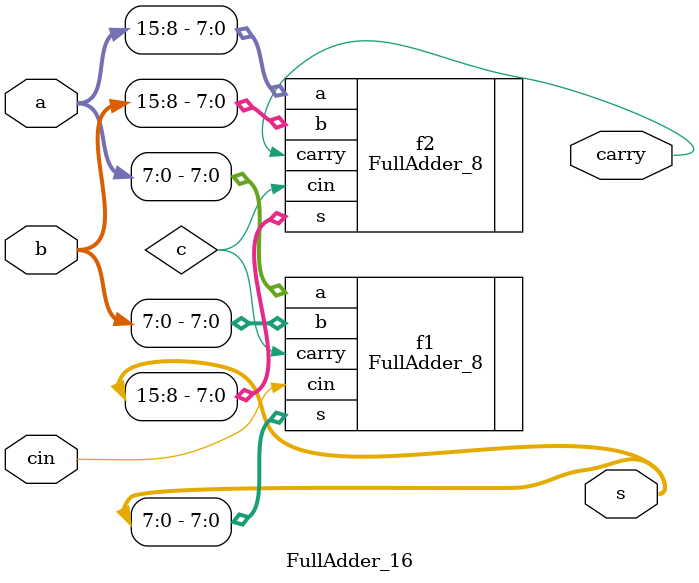
<source format=v>
`timescale 1ns / 1ps
module FullAdder_16(a,b,cin,s,carry);
	input [15:0] a,b;
	input cin;
	output [15:0] s;
	output carry;
	wire c;
	FullAdder_8 f1 (.a(a[7:0]),.b(b[7:0]),.cin(cin),.s(s[7:0]),.carry(c));
	FullAdder_8 f2 (.a(a[15:8]),.b(b[15:8]),.cin(c),.s(s[15:8]),.carry(carry));

endmodule

</source>
